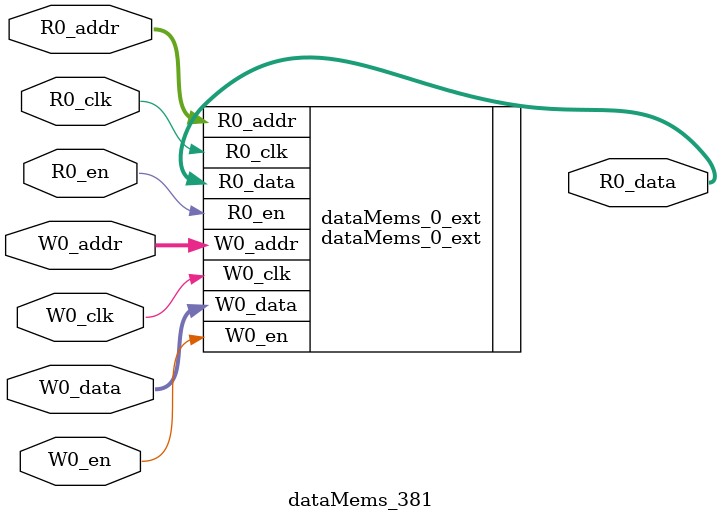
<source format=sv>
`ifndef RANDOMIZE
  `ifdef RANDOMIZE_REG_INIT
    `define RANDOMIZE
  `endif // RANDOMIZE_REG_INIT
`endif // not def RANDOMIZE
`ifndef RANDOMIZE
  `ifdef RANDOMIZE_MEM_INIT
    `define RANDOMIZE
  `endif // RANDOMIZE_MEM_INIT
`endif // not def RANDOMIZE

`ifndef RANDOM
  `define RANDOM $random
`endif // not def RANDOM

// Users can define 'PRINTF_COND' to add an extra gate to prints.
`ifndef PRINTF_COND_
  `ifdef PRINTF_COND
    `define PRINTF_COND_ (`PRINTF_COND)
  `else  // PRINTF_COND
    `define PRINTF_COND_ 1
  `endif // PRINTF_COND
`endif // not def PRINTF_COND_

// Users can define 'ASSERT_VERBOSE_COND' to add an extra gate to assert error printing.
`ifndef ASSERT_VERBOSE_COND_
  `ifdef ASSERT_VERBOSE_COND
    `define ASSERT_VERBOSE_COND_ (`ASSERT_VERBOSE_COND)
  `else  // ASSERT_VERBOSE_COND
    `define ASSERT_VERBOSE_COND_ 1
  `endif // ASSERT_VERBOSE_COND
`endif // not def ASSERT_VERBOSE_COND_

// Users can define 'STOP_COND' to add an extra gate to stop conditions.
`ifndef STOP_COND_
  `ifdef STOP_COND
    `define STOP_COND_ (`STOP_COND)
  `else  // STOP_COND
    `define STOP_COND_ 1
  `endif // STOP_COND
`endif // not def STOP_COND_

// Users can define INIT_RANDOM as general code that gets injected into the
// initializer block for modules with registers.
`ifndef INIT_RANDOM
  `define INIT_RANDOM
`endif // not def INIT_RANDOM

// If using random initialization, you can also define RANDOMIZE_DELAY to
// customize the delay used, otherwise 0.002 is used.
`ifndef RANDOMIZE_DELAY
  `define RANDOMIZE_DELAY 0.002
`endif // not def RANDOMIZE_DELAY

// Define INIT_RANDOM_PROLOG_ for use in our modules below.
`ifndef INIT_RANDOM_PROLOG_
  `ifdef RANDOMIZE
    `ifdef VERILATOR
      `define INIT_RANDOM_PROLOG_ `INIT_RANDOM
    `else  // VERILATOR
      `define INIT_RANDOM_PROLOG_ `INIT_RANDOM #`RANDOMIZE_DELAY begin end
    `endif // VERILATOR
  `else  // RANDOMIZE
    `define INIT_RANDOM_PROLOG_
  `endif // RANDOMIZE
`endif // not def INIT_RANDOM_PROLOG_

// Include register initializers in init blocks unless synthesis is set
`ifndef SYNTHESIS
  `ifndef ENABLE_INITIAL_REG_
    `define ENABLE_INITIAL_REG_
  `endif // not def ENABLE_INITIAL_REG_
`endif // not def SYNTHESIS

// Include rmemory initializers in init blocks unless synthesis is set
`ifndef SYNTHESIS
  `ifndef ENABLE_INITIAL_MEM_
    `define ENABLE_INITIAL_MEM_
  `endif // not def ENABLE_INITIAL_MEM_
`endif // not def SYNTHESIS

module dataMems_381(	// @[generators/ara/src/main/scala/UnsafeAXI4ToTL.scala:365:62]
  input  [4:0]  R0_addr,
  input         R0_en,
  input         R0_clk,
  output [66:0] R0_data,
  input  [4:0]  W0_addr,
  input         W0_en,
  input         W0_clk,
  input  [66:0] W0_data
);

  dataMems_0_ext dataMems_0_ext (	// @[generators/ara/src/main/scala/UnsafeAXI4ToTL.scala:365:62]
    .R0_addr (R0_addr),
    .R0_en   (R0_en),
    .R0_clk  (R0_clk),
    .R0_data (R0_data),
    .W0_addr (W0_addr),
    .W0_en   (W0_en),
    .W0_clk  (W0_clk),
    .W0_data (W0_data)
  );
endmodule


</source>
